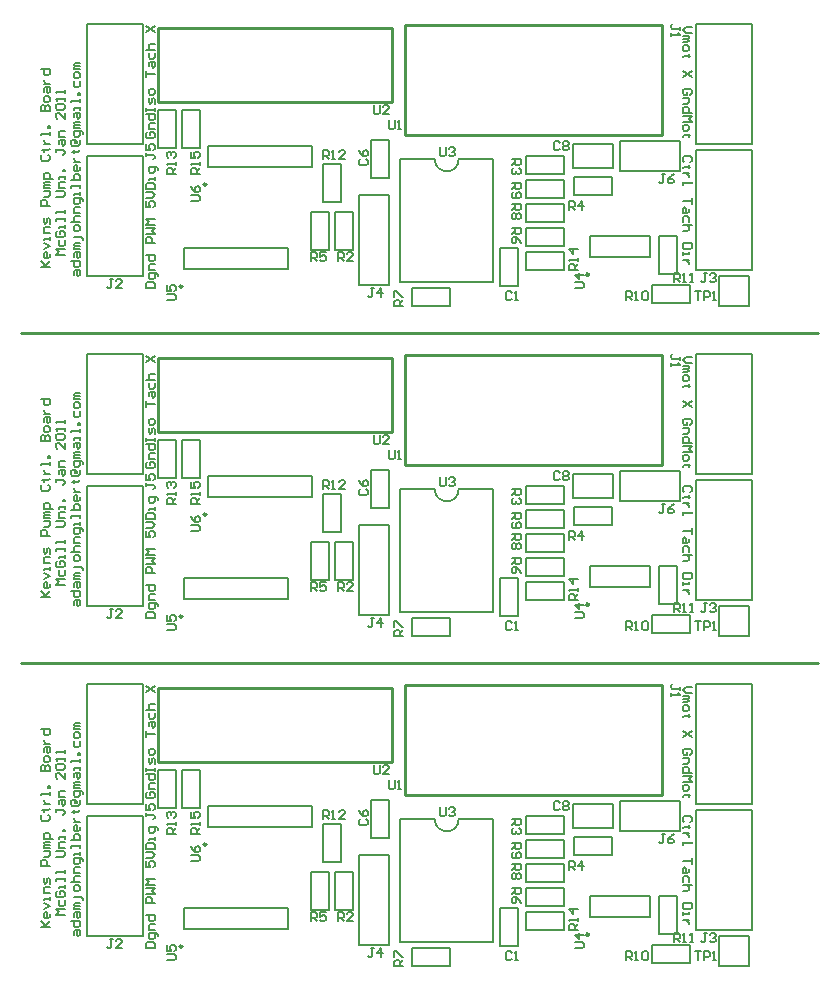
<source format=gto>
%FSLAX24Y24*%
%MOIN*%
G70*
G01*
G75*
G04 Layer_Color=65535*
%ADD10R,0.0320X0.0360*%
%ADD11O,0.0236X0.0866*%
%ADD12R,0.0385X0.0520*%
%ADD13R,0.0360X0.0320*%
%ADD14R,0.0800X0.0260*%
%ADD15C,0.0250*%
%ADD16C,0.1250*%
%ADD17C,0.0591*%
%ADD18R,0.0591X0.0591*%
%ADD19R,0.0591X0.0591*%
%ADD20C,0.0500*%
%ADD21R,0.0600X0.0600*%
%ADD22C,0.0100*%
%ADD23C,0.0098*%
%ADD24C,0.0080*%
%ADD25C,0.0079*%
%ADD26C,0.0050*%
D22*
X23000Y27350D02*
X49550D01*
X23000Y38350D02*
X49550D01*
X44337Y22970D02*
Y26612D01*
X35774D02*
X44337D01*
X35774Y22970D02*
Y26612D01*
Y22970D02*
X44337D01*
X35337Y24059D02*
Y26520D01*
X27562D02*
X35337D01*
X27562Y24059D02*
Y26520D01*
Y24059D02*
X35337D01*
X44337Y33970D02*
Y37612D01*
X35774D02*
X44337D01*
X35774Y33970D02*
Y37612D01*
Y33970D02*
X44337D01*
X35337Y35059D02*
Y37520D01*
X27562D02*
X35337D01*
X27562Y35059D02*
Y37520D01*
Y35059D02*
X35337D01*
X44337Y44970D02*
Y48612D01*
X35774D02*
X44337D01*
X35774Y44970D02*
Y48612D01*
Y44970D02*
X44337D01*
X35337Y46059D02*
Y48520D01*
X27562D02*
X35337D01*
X27562Y46059D02*
Y48520D01*
Y46059D02*
X35337D01*
D23*
X28365Y17905D02*
G03*
X28365Y17905I-49J0D01*
G01*
X41915Y18305D02*
G03*
X41915Y18305I-49J0D01*
G01*
X29165Y21305D02*
G03*
X29165Y21305I-49J0D01*
G01*
X28365Y28905D02*
G03*
X28365Y28905I-49J0D01*
G01*
X41915Y29305D02*
G03*
X41915Y29305I-49J0D01*
G01*
X29165Y32305D02*
G03*
X29165Y32305I-49J0D01*
G01*
X28365Y39905D02*
G03*
X28365Y39905I-49J0D01*
G01*
X41915Y40305D02*
G03*
X41915Y40305I-49J0D01*
G01*
X29165Y43305D02*
G03*
X29165Y43305I-49J0D01*
G01*
D24*
X36775Y22150D02*
G03*
X37575Y22150I400J0D01*
G01*
X38950Y19180D02*
X39550D01*
Y17920D02*
Y19180D01*
X38950Y17920D02*
Y19180D01*
Y17920D02*
X39550D01*
X34650Y22780D02*
X35250D01*
Y21520D02*
Y22780D01*
X34650Y21520D02*
Y22780D01*
Y21520D02*
X35250D01*
X42725Y21850D02*
Y22650D01*
X41400Y21850D02*
X42725D01*
X41400Y22650D02*
X42725D01*
X41400Y21850D02*
Y22650D01*
X33450Y20380D02*
X34050D01*
Y19120D02*
Y20380D01*
X33450Y19120D02*
Y20380D01*
Y19120D02*
X34050D01*
X42680Y20950D02*
Y21550D01*
X41420Y20950D02*
X42680D01*
X41420Y21550D02*
X42680D01*
X41420Y20950D02*
Y21550D01*
X41080Y21650D02*
Y22250D01*
X39820Y21650D02*
X41080D01*
X39820Y22250D02*
X41080D01*
X39820Y21650D02*
Y22250D01*
X32650Y20380D02*
X33250D01*
Y19120D02*
Y20380D01*
X32650Y19120D02*
Y20380D01*
Y19120D02*
X33250D01*
X41080Y19250D02*
Y19850D01*
X39820Y19250D02*
X41080D01*
X39820Y19850D02*
X41080D01*
X39820Y19250D02*
Y19850D01*
X41080Y20050D02*
Y20650D01*
X39820Y20050D02*
X41080D01*
X39820Y20650D02*
X41080D01*
X39820Y20050D02*
Y20650D01*
X37575Y22150D02*
X38725D01*
X35625D02*
X36775D01*
X35625Y18050D02*
X38725D01*
Y22150D01*
X35625Y18050D02*
Y22150D01*
X36020Y17250D02*
Y17850D01*
X37280D01*
X36020Y17250D02*
X37280D01*
Y17850D01*
X41080Y20850D02*
Y21450D01*
X39820Y20850D02*
X41080D01*
X39820Y21450D02*
X41080D01*
X39820Y20850D02*
Y21450D01*
X45280Y17350D02*
Y17950D01*
X44020Y17350D02*
X45280D01*
X44020Y17950D02*
X45280D01*
X44020Y17350D02*
Y17950D01*
X44250Y18320D02*
X44850D01*
X44250D02*
Y19580D01*
X44850Y18320D02*
Y19580D01*
X44250D02*
X44850D01*
X41080Y18450D02*
Y19050D01*
X39820Y18450D02*
X41080D01*
X39820Y19050D02*
X41080D01*
X39820Y18450D02*
Y19050D01*
X27550Y22520D02*
X28150D01*
X27550D02*
Y23780D01*
X28150Y22520D02*
Y23780D01*
X27550D02*
X28150D01*
X33050Y21980D02*
X33650D01*
Y20720D02*
Y21980D01*
X33050Y20720D02*
Y21980D01*
Y20720D02*
X33650D01*
X28350Y22520D02*
X28950D01*
X28350D02*
Y23780D01*
X28950Y22520D02*
Y23780D01*
X28350D02*
X28950D01*
X36775Y33150D02*
G03*
X37575Y33150I400J0D01*
G01*
X38950Y30180D02*
X39550D01*
Y28920D02*
Y30180D01*
X38950Y28920D02*
Y30180D01*
Y28920D02*
X39550D01*
X34650Y33780D02*
X35250D01*
Y32520D02*
Y33780D01*
X34650Y32520D02*
Y33780D01*
Y32520D02*
X35250D01*
X42725Y32850D02*
Y33650D01*
X41400Y32850D02*
X42725D01*
X41400Y33650D02*
X42725D01*
X41400Y32850D02*
Y33650D01*
X33450Y31380D02*
X34050D01*
Y30120D02*
Y31380D01*
X33450Y30120D02*
Y31380D01*
Y30120D02*
X34050D01*
X42680Y31950D02*
Y32550D01*
X41420Y31950D02*
X42680D01*
X41420Y32550D02*
X42680D01*
X41420Y31950D02*
Y32550D01*
X41080Y32650D02*
Y33250D01*
X39820Y32650D02*
X41080D01*
X39820Y33250D02*
X41080D01*
X39820Y32650D02*
Y33250D01*
X32650Y31380D02*
X33250D01*
Y30120D02*
Y31380D01*
X32650Y30120D02*
Y31380D01*
Y30120D02*
X33250D01*
X41080Y30250D02*
Y30850D01*
X39820Y30250D02*
X41080D01*
X39820Y30850D02*
X41080D01*
X39820Y30250D02*
Y30850D01*
X41080Y31050D02*
Y31650D01*
X39820Y31050D02*
X41080D01*
X39820Y31650D02*
X41080D01*
X39820Y31050D02*
Y31650D01*
X37575Y33150D02*
X38725D01*
X35625D02*
X36775D01*
X35625Y29050D02*
X38725D01*
Y33150D01*
X35625Y29050D02*
Y33150D01*
X36020Y28250D02*
Y28850D01*
X37280D01*
X36020Y28250D02*
X37280D01*
Y28850D01*
X41080Y31850D02*
Y32450D01*
X39820Y31850D02*
X41080D01*
X39820Y32450D02*
X41080D01*
X39820Y31850D02*
Y32450D01*
X45280Y28350D02*
Y28950D01*
X44020Y28350D02*
X45280D01*
X44020Y28950D02*
X45280D01*
X44020Y28350D02*
Y28950D01*
X44250Y29320D02*
X44850D01*
X44250D02*
Y30580D01*
X44850Y29320D02*
Y30580D01*
X44250D02*
X44850D01*
X41080Y29450D02*
Y30050D01*
X39820Y29450D02*
X41080D01*
X39820Y30050D02*
X41080D01*
X39820Y29450D02*
Y30050D01*
X27550Y33520D02*
X28150D01*
X27550D02*
Y34780D01*
X28150Y33520D02*
Y34780D01*
X27550D02*
X28150D01*
X33050Y32980D02*
X33650D01*
Y31720D02*
Y32980D01*
X33050Y31720D02*
Y32980D01*
Y31720D02*
X33650D01*
X28350Y33520D02*
X28950D01*
X28350D02*
Y34780D01*
X28950Y33520D02*
Y34780D01*
X28350D02*
X28950D01*
X36775Y44150D02*
G03*
X37575Y44150I400J0D01*
G01*
X38950Y41180D02*
X39550D01*
Y39920D02*
Y41180D01*
X38950Y39920D02*
Y41180D01*
Y39920D02*
X39550D01*
X34650Y44780D02*
X35250D01*
Y43520D02*
Y44780D01*
X34650Y43520D02*
Y44780D01*
Y43520D02*
X35250D01*
X42725Y43850D02*
Y44650D01*
X41400Y43850D02*
X42725D01*
X41400Y44650D02*
X42725D01*
X41400Y43850D02*
Y44650D01*
X33450Y42380D02*
X34050D01*
Y41120D02*
Y42380D01*
X33450Y41120D02*
Y42380D01*
Y41120D02*
X34050D01*
X42680Y42950D02*
Y43550D01*
X41420Y42950D02*
X42680D01*
X41420Y43550D02*
X42680D01*
X41420Y42950D02*
Y43550D01*
X41080Y43650D02*
Y44250D01*
X39820Y43650D02*
X41080D01*
X39820Y44250D02*
X41080D01*
X39820Y43650D02*
Y44250D01*
X32650Y42380D02*
X33250D01*
Y41120D02*
Y42380D01*
X32650Y41120D02*
Y42380D01*
Y41120D02*
X33250D01*
X41080Y41250D02*
Y41850D01*
X39820Y41250D02*
X41080D01*
X39820Y41850D02*
X41080D01*
X39820Y41250D02*
Y41850D01*
X41080Y42050D02*
Y42650D01*
X39820Y42050D02*
X41080D01*
X39820Y42650D02*
X41080D01*
X39820Y42050D02*
Y42650D01*
X37575Y44150D02*
X38725D01*
X35625D02*
X36775D01*
X35625Y40050D02*
X38725D01*
Y44150D01*
X35625Y40050D02*
Y44150D01*
X36020Y39250D02*
Y39850D01*
X37280D01*
X36020Y39250D02*
X37280D01*
Y39850D01*
X41080Y42850D02*
Y43450D01*
X39820Y42850D02*
X41080D01*
X39820Y43450D02*
X41080D01*
X39820Y42850D02*
Y43450D01*
X45280Y39350D02*
Y39950D01*
X44020Y39350D02*
X45280D01*
X44020Y39950D02*
X45280D01*
X44020Y39350D02*
Y39950D01*
X44250Y40320D02*
X44850D01*
X44250D02*
Y41580D01*
X44850Y40320D02*
Y41580D01*
X44250D02*
X44850D01*
X41080Y40450D02*
Y41050D01*
X39820Y40450D02*
X41080D01*
X39820Y41050D02*
X41080D01*
X39820Y40450D02*
Y41050D01*
X27550Y44520D02*
X28150D01*
X27550D02*
Y45780D01*
X28150Y44520D02*
Y45780D01*
X27550D02*
X28150D01*
X33050Y43980D02*
X33650D01*
Y42720D02*
Y43980D01*
X33050Y42720D02*
Y43980D01*
Y42720D02*
X33650D01*
X28350Y44520D02*
X28950D01*
X28350D02*
Y45780D01*
X28950Y44520D02*
Y45780D01*
X28350D02*
X28950D01*
D25*
X45470Y22650D02*
X47340D01*
X45470D02*
Y26650D01*
X47340D01*
Y22650D02*
Y26650D01*
X45470Y18450D02*
X47340D01*
X45470D02*
Y22450D01*
X47340D01*
Y18450D02*
Y22450D01*
X31882Y18496D02*
Y19204D01*
X28418Y18496D02*
Y19204D01*
X31882D01*
X28418Y18496D02*
X31882D01*
X46250Y17250D02*
X47250D01*
X46250D02*
Y18250D01*
X47250Y17250D02*
Y18250D01*
X46250D02*
X47250D01*
X25170D02*
X27040D01*
X25170D02*
Y22250D01*
X27040D01*
Y18250D02*
Y22250D01*
X41966Y18896D02*
X43934D01*
X41966Y19604D02*
X43934D01*
X41966Y18896D02*
Y19604D01*
X43934Y18896D02*
Y19604D01*
X35250Y17950D02*
Y20950D01*
X34250D02*
X35250D01*
X34250Y17950D02*
Y20950D01*
Y17950D02*
X35250D01*
X32682Y21896D02*
Y22604D01*
X29218Y21896D02*
Y22604D01*
X32682D01*
X29218Y21896D02*
X32682D01*
X25170Y22650D02*
X27040D01*
X25170D02*
Y26650D01*
X27040D01*
Y22650D02*
Y26650D01*
X42950Y22750D02*
X44950D01*
X42950Y21750D02*
Y22750D01*
Y21750D02*
X44950D01*
Y22750D01*
X45470Y33650D02*
X47340D01*
X45470D02*
Y37650D01*
X47340D01*
Y33650D02*
Y37650D01*
X45470Y29450D02*
X47340D01*
X45470D02*
Y33450D01*
X47340D01*
Y29450D02*
Y33450D01*
X31882Y29496D02*
Y30204D01*
X28418Y29496D02*
Y30204D01*
X31882D01*
X28418Y29496D02*
X31882D01*
X46250Y28250D02*
X47250D01*
X46250D02*
Y29250D01*
X47250Y28250D02*
Y29250D01*
X46250D02*
X47250D01*
X25170D02*
X27040D01*
X25170D02*
Y33250D01*
X27040D01*
Y29250D02*
Y33250D01*
X41966Y29896D02*
X43934D01*
X41966Y30604D02*
X43934D01*
X41966Y29896D02*
Y30604D01*
X43934Y29896D02*
Y30604D01*
X35250Y28950D02*
Y31950D01*
X34250D02*
X35250D01*
X34250Y28950D02*
Y31950D01*
Y28950D02*
X35250D01*
X32682Y32896D02*
Y33604D01*
X29218Y32896D02*
Y33604D01*
X32682D01*
X29218Y32896D02*
X32682D01*
X25170Y33650D02*
X27040D01*
X25170D02*
Y37650D01*
X27040D01*
Y33650D02*
Y37650D01*
X42950Y33750D02*
X44950D01*
X42950Y32750D02*
Y33750D01*
Y32750D02*
X44950D01*
Y33750D01*
X45470Y44650D02*
X47340D01*
X45470D02*
Y48650D01*
X47340D01*
Y44650D02*
Y48650D01*
X45470Y40450D02*
X47340D01*
X45470D02*
Y44450D01*
X47340D01*
Y40450D02*
Y44450D01*
X31882Y40496D02*
Y41204D01*
X28418Y40496D02*
Y41204D01*
X31882D01*
X28418Y40496D02*
X31882D01*
X46250Y39250D02*
X47250D01*
X46250D02*
Y40250D01*
X47250Y39250D02*
Y40250D01*
X46250D02*
X47250D01*
X25170D02*
X27040D01*
X25170D02*
Y44250D01*
X27040D01*
Y40250D02*
Y44250D01*
X41966Y40896D02*
X43934D01*
X41966Y41604D02*
X43934D01*
X41966Y40896D02*
Y41604D01*
X43934Y40896D02*
Y41604D01*
X35250Y39950D02*
Y42950D01*
X34250D02*
X35250D01*
X34250Y39950D02*
Y42950D01*
Y39950D02*
X35250D01*
X32682Y43896D02*
Y44604D01*
X29218Y43896D02*
Y44604D01*
X32682D01*
X29218Y43896D02*
X32682D01*
X25170Y44650D02*
X27040D01*
X25170D02*
Y48650D01*
X27040D01*
Y44650D02*
Y48650D01*
X42950Y44750D02*
X44950D01*
X42950Y43750D02*
Y44750D01*
Y43750D02*
X44950D01*
Y44750D01*
D26*
X24750Y18300D02*
Y18400D01*
X24800Y18450D01*
X24950D01*
Y18300D01*
X24900Y18250D01*
X24850Y18300D01*
Y18450D01*
X24650Y18750D02*
X24950D01*
Y18600D01*
X24900Y18550D01*
X24800D01*
X24750Y18600D01*
Y18750D01*
Y18900D02*
Y19000D01*
X24800Y19050D01*
X24950D01*
Y18900D01*
X24900Y18850D01*
X24850Y18900D01*
Y19050D01*
X24950Y19150D02*
X24750D01*
Y19200D01*
X24800Y19250D01*
X24950D01*
X24800D01*
X24750Y19300D01*
X24800Y19350D01*
X24950D01*
X25050Y19450D02*
Y19500D01*
X25000Y19550D01*
X24750D01*
X24950Y19799D02*
Y19899D01*
X24900Y19949D01*
X24800D01*
X24750Y19899D01*
Y19799D01*
X24800Y19750D01*
X24900D01*
X24950Y19799D01*
X24650Y20049D02*
X24950D01*
X24800D01*
X24750Y20099D01*
Y20199D01*
X24800Y20249D01*
X24950D01*
Y20349D02*
X24750D01*
Y20499D01*
X24800Y20549D01*
X24950D01*
X25050Y20749D02*
Y20799D01*
X25000Y20849D01*
X24750D01*
Y20699D01*
X24800Y20649D01*
X24900D01*
X24950Y20699D01*
Y20849D01*
Y20949D02*
Y21049D01*
Y20999D01*
X24750D01*
Y20949D01*
X24950Y21199D02*
Y21299D01*
Y21249D01*
X24650D01*
Y21199D01*
Y21449D02*
X24950D01*
Y21599D01*
X24900Y21649D01*
X24850D01*
X24800D01*
X24750Y21599D01*
Y21449D01*
X24950Y21899D02*
Y21799D01*
X24900Y21749D01*
X24800D01*
X24750Y21799D01*
Y21899D01*
X24800Y21949D01*
X24850D01*
Y21749D01*
X24750Y22049D02*
X24950D01*
X24850D01*
X24800Y22099D01*
X24750Y22149D01*
Y22199D01*
X24700Y22399D02*
X24750D01*
Y22349D01*
Y22449D01*
Y22399D01*
X24900D01*
X24950Y22449D01*
X24850Y22749D02*
X24800D01*
Y22699D01*
X24850D01*
Y22749D01*
X24800Y22799D01*
X24700D01*
X24650Y22749D01*
Y22649D01*
X24700Y22599D01*
X24900D01*
X24950Y22649D01*
Y22799D01*
X25050Y22998D02*
Y23048D01*
X25000Y23098D01*
X24750D01*
Y22948D01*
X24800Y22898D01*
X24900D01*
X24950Y22948D01*
Y23098D01*
Y23198D02*
X24750D01*
Y23248D01*
X24800Y23298D01*
X24950D01*
X24800D01*
X24750Y23348D01*
X24800Y23398D01*
X24950D01*
X24750Y23548D02*
Y23648D01*
X24800Y23698D01*
X24950D01*
Y23548D01*
X24900Y23498D01*
X24850Y23548D01*
Y23698D01*
X24950Y23798D02*
Y23898D01*
Y23848D01*
X24750D01*
Y23798D01*
X24950Y24048D02*
Y24148D01*
Y24098D01*
X24650D01*
Y24048D01*
X24950Y24298D02*
X24900D01*
Y24348D01*
X24950D01*
Y24298D01*
X24750Y24748D02*
Y24598D01*
X24800Y24548D01*
X24900D01*
X24950Y24598D01*
Y24748D01*
Y24898D02*
Y24998D01*
X24900Y25048D01*
X24800D01*
X24750Y24998D01*
Y24898D01*
X24800Y24848D01*
X24900D01*
X24950Y24898D01*
Y25148D02*
X24750D01*
Y25198D01*
X24800Y25248D01*
X24950D01*
X24800D01*
X24750Y25298D01*
X24800Y25348D01*
X24950D01*
X24450Y18950D02*
X24150D01*
X24250Y19050D01*
X24150Y19150D01*
X24450D01*
X24250Y19450D02*
Y19300D01*
X24300Y19250D01*
X24400D01*
X24450Y19300D01*
Y19450D01*
X24200Y19750D02*
X24150Y19700D01*
Y19600D01*
X24200Y19550D01*
X24400D01*
X24450Y19600D01*
Y19700D01*
X24400Y19750D01*
X24300D01*
Y19650D01*
X24450Y19850D02*
Y19950D01*
Y19900D01*
X24250D01*
Y19850D01*
X24450Y20100D02*
Y20200D01*
Y20150D01*
X24150D01*
Y20100D01*
X24450Y20350D02*
Y20450D01*
Y20400D01*
X24150D01*
Y20350D01*
Y20899D02*
X24400D01*
X24450Y20949D01*
Y21049D01*
X24400Y21099D01*
X24150D01*
X24450Y21199D02*
X24250D01*
Y21349D01*
X24300Y21399D01*
X24450D01*
Y21499D02*
Y21599D01*
Y21549D01*
X24250D01*
Y21499D01*
X24450Y21749D02*
X24400D01*
Y21799D01*
X24450D01*
Y21749D01*
X24150Y22499D02*
Y22399D01*
Y22449D01*
X24400D01*
X24450Y22399D01*
Y22349D01*
X24400Y22299D01*
X24250Y22649D02*
Y22749D01*
X24300Y22799D01*
X24450D01*
Y22649D01*
X24400Y22599D01*
X24350Y22649D01*
Y22799D01*
X24450Y22899D02*
X24250D01*
Y23049D01*
X24300Y23099D01*
X24450D01*
Y23698D02*
Y23499D01*
X24250Y23698D01*
X24200D01*
X24150Y23648D01*
Y23549D01*
X24200Y23499D01*
Y23798D02*
X24150Y23848D01*
Y23948D01*
X24200Y23998D01*
X24400D01*
X24450Y23948D01*
Y23848D01*
X24400Y23798D01*
X24200D01*
X24450Y24098D02*
Y24198D01*
Y24148D01*
X24150D01*
X24200Y24098D01*
X24450Y24348D02*
Y24448D01*
Y24398D01*
X24150D01*
X24200Y24348D01*
X23650Y18550D02*
X23950D01*
X23850D01*
X23650Y18750D01*
X23800Y18600D01*
X23950Y18750D01*
Y19000D02*
Y18900D01*
X23900Y18850D01*
X23800D01*
X23750Y18900D01*
Y19000D01*
X23800Y19050D01*
X23850D01*
Y18850D01*
X23750Y19150D02*
X23950Y19250D01*
X23750Y19350D01*
X23950Y19450D02*
Y19550D01*
Y19500D01*
X23750D01*
Y19450D01*
X23950Y19700D02*
X23750D01*
Y19850D01*
X23800Y19900D01*
X23950D01*
Y20000D02*
Y20149D01*
X23900Y20199D01*
X23850Y20149D01*
Y20050D01*
X23800Y20000D01*
X23750Y20050D01*
Y20199D01*
X23950Y20599D02*
X23650D01*
Y20749D01*
X23700Y20799D01*
X23800D01*
X23850Y20749D01*
Y20599D01*
X23750Y20899D02*
X23900D01*
X23950Y20949D01*
Y21099D01*
X23750D01*
X23950Y21199D02*
X23750D01*
Y21249D01*
X23800Y21299D01*
X23950D01*
X23800D01*
X23750Y21349D01*
X23800Y21399D01*
X23950D01*
X24050Y21499D02*
X23750D01*
Y21649D01*
X23800Y21699D01*
X23900D01*
X23950Y21649D01*
Y21499D01*
X23700Y22299D02*
X23650Y22249D01*
Y22149D01*
X23700Y22099D01*
X23900D01*
X23950Y22149D01*
Y22249D01*
X23900Y22299D01*
X23700Y22449D02*
X23750D01*
Y22399D01*
Y22499D01*
Y22449D01*
X23900D01*
X23950Y22499D01*
X23750Y22649D02*
X23950D01*
X23850D01*
X23800Y22699D01*
X23750Y22749D01*
Y22799D01*
X23950Y22949D02*
Y23049D01*
Y22999D01*
X23650D01*
Y22949D01*
X23950Y23198D02*
X23900D01*
Y23248D01*
X23950D01*
Y23198D01*
X23650Y23748D02*
X23950D01*
Y23898D01*
X23900Y23948D01*
X23850D01*
X23800Y23898D01*
Y23748D01*
Y23898D01*
X23750Y23948D01*
X23700D01*
X23650Y23898D01*
Y23748D01*
X23950Y24098D02*
Y24198D01*
X23900Y24248D01*
X23800D01*
X23750Y24198D01*
Y24098D01*
X23800Y24048D01*
X23900D01*
X23950Y24098D01*
X23750Y24398D02*
Y24498D01*
X23800Y24548D01*
X23950D01*
Y24398D01*
X23900Y24348D01*
X23850Y24398D01*
Y24548D01*
X23750Y24648D02*
X23950D01*
X23850D01*
X23800Y24698D01*
X23750Y24748D01*
Y24798D01*
X23650Y25148D02*
X23950D01*
Y24998D01*
X23900Y24948D01*
X23800D01*
X23750Y24998D01*
Y25148D01*
X28650Y20750D02*
X28900D01*
X28950Y20800D01*
Y20900D01*
X28900Y20950D01*
X28650D01*
Y21250D02*
X28700Y21150D01*
X28800Y21050D01*
X28900D01*
X28950Y21100D01*
Y21200D01*
X28900Y21250D01*
X28850D01*
X28800Y21200D01*
Y21050D01*
X27850Y17450D02*
X28100D01*
X28150Y17500D01*
Y17600D01*
X28100Y17650D01*
X27850D01*
Y17950D02*
Y17750D01*
X28000D01*
X27950Y17850D01*
Y17900D01*
X28000Y17950D01*
X28100D01*
X28150Y17900D01*
Y17800D01*
X28100Y17750D01*
X41450Y17850D02*
X41700D01*
X41750Y17900D01*
Y18000D01*
X41700Y18050D01*
X41450D01*
X41750Y18300D02*
X41450D01*
X41600Y18150D01*
Y18350D01*
X36950Y22550D02*
Y22300D01*
X37000Y22250D01*
X37100D01*
X37150Y22300D01*
Y22550D01*
X37250Y22500D02*
X37300Y22550D01*
X37400D01*
X37450Y22500D01*
Y22450D01*
X37400Y22400D01*
X37350D01*
X37400D01*
X37450Y22350D01*
Y22300D01*
X37400Y22250D01*
X37300D01*
X37250Y22300D01*
X34750Y23950D02*
Y23700D01*
X34800Y23650D01*
X34900D01*
X34950Y23700D01*
Y23950D01*
X35250Y23650D02*
X35050D01*
X35250Y23850D01*
Y23900D01*
X35200Y23950D01*
X35100D01*
X35050Y23900D01*
X35250Y23450D02*
Y23200D01*
X35300Y23150D01*
X35400D01*
X35450Y23200D01*
Y23450D01*
X35550Y23150D02*
X35650D01*
X35600D01*
Y23450D01*
X35550Y23400D01*
X45450Y17750D02*
X45650D01*
X45550D01*
Y17450D01*
X45750D02*
Y17750D01*
X45900D01*
X45950Y17700D01*
Y17600D01*
X45900Y17550D01*
X45750D01*
X46050Y17450D02*
X46150D01*
X46100D01*
Y17750D01*
X46050Y17700D01*
X28950Y21650D02*
X28650D01*
Y21800D01*
X28700Y21850D01*
X28800D01*
X28850Y21800D01*
Y21650D01*
Y21750D02*
X28950Y21850D01*
Y21950D02*
Y22050D01*
Y22000D01*
X28650D01*
X28700Y21950D01*
X28650Y22400D02*
Y22200D01*
X28800D01*
X28750Y22300D01*
Y22350D01*
X28800Y22400D01*
X28900D01*
X28950Y22350D01*
Y22250D01*
X28900Y22200D01*
X41550Y18450D02*
X41250D01*
Y18600D01*
X41300Y18650D01*
X41400D01*
X41450Y18600D01*
Y18450D01*
Y18550D02*
X41550Y18650D01*
Y18750D02*
Y18850D01*
Y18800D01*
X41250D01*
X41300Y18750D01*
X41550Y19150D02*
X41250D01*
X41400Y19000D01*
Y19200D01*
X28150Y21650D02*
X27850D01*
Y21800D01*
X27900Y21850D01*
X28000D01*
X28050Y21800D01*
Y21650D01*
Y21750D02*
X28150Y21850D01*
Y21950D02*
Y22050D01*
Y22000D01*
X27850D01*
X27900Y21950D01*
Y22200D02*
X27850Y22250D01*
Y22350D01*
X27900Y22400D01*
X27950D01*
X28000Y22350D01*
Y22300D01*
Y22350D01*
X28050Y22400D01*
X28100D01*
X28150Y22350D01*
Y22250D01*
X28100Y22200D01*
X33050Y22150D02*
Y22450D01*
X33200D01*
X33250Y22400D01*
Y22300D01*
X33200Y22250D01*
X33050D01*
X33150D02*
X33250Y22150D01*
X33350D02*
X33450D01*
X33400D01*
Y22450D01*
X33350Y22400D01*
X33800Y22150D02*
X33600D01*
X33800Y22350D01*
Y22400D01*
X33750Y22450D01*
X33650D01*
X33600Y22400D01*
X44750Y18050D02*
Y18350D01*
X44900D01*
X44950Y18300D01*
Y18200D01*
X44900Y18150D01*
X44750D01*
X44850D02*
X44950Y18050D01*
X45050D02*
X45150D01*
X45100D01*
Y18350D01*
X45050Y18300D01*
X45300Y18050D02*
X45400D01*
X45350D01*
Y18350D01*
X45300Y18300D01*
X43150Y17450D02*
Y17750D01*
X43300D01*
X43350Y17700D01*
Y17600D01*
X43300Y17550D01*
X43150D01*
X43250D02*
X43350Y17450D01*
X43450D02*
X43550D01*
X43500D01*
Y17750D01*
X43450Y17700D01*
X43700D02*
X43750Y17750D01*
X43850D01*
X43900Y17700D01*
Y17500D01*
X43850Y17450D01*
X43750D01*
X43700Y17500D01*
Y17700D01*
X39350Y21350D02*
X39650D01*
Y21200D01*
X39600Y21150D01*
X39500D01*
X39450Y21200D01*
Y21350D01*
Y21250D02*
X39350Y21150D01*
X39400Y21050D02*
X39350Y21000D01*
Y20900D01*
X39400Y20850D01*
X39600D01*
X39650Y20900D01*
Y21000D01*
X39600Y21050D01*
X39550D01*
X39500Y21000D01*
Y20850D01*
X39350Y20650D02*
X39650D01*
Y20500D01*
X39600Y20450D01*
X39500D01*
X39450Y20500D01*
Y20650D01*
Y20550D02*
X39350Y20450D01*
X39600Y20350D02*
X39650Y20300D01*
Y20200D01*
X39600Y20150D01*
X39550D01*
X39500Y20200D01*
X39450Y20150D01*
X39400D01*
X39350Y20200D01*
Y20300D01*
X39400Y20350D01*
X39450D01*
X39500Y20300D01*
X39550Y20350D01*
X39600D01*
X39500Y20300D02*
Y20200D01*
X35725Y17255D02*
X35425D01*
Y17405D01*
X35475Y17455D01*
X35575D01*
X35625Y17405D01*
Y17255D01*
Y17355D02*
X35725Y17455D01*
X35425Y17555D02*
Y17755D01*
X35475D01*
X35675Y17555D01*
X35725D01*
X39350Y19850D02*
X39650D01*
Y19700D01*
X39600Y19650D01*
X39500D01*
X39450Y19700D01*
Y19850D01*
Y19750D02*
X39350Y19650D01*
X39650Y19350D02*
X39600Y19450D01*
X39500Y19550D01*
X39400D01*
X39350Y19500D01*
Y19400D01*
X39400Y19350D01*
X39450D01*
X39500Y19400D01*
Y19550D01*
X32650Y18750D02*
Y19050D01*
X32800D01*
X32850Y19000D01*
Y18900D01*
X32800Y18850D01*
X32650D01*
X32750D02*
X32850Y18750D01*
X33150Y19050D02*
X32950D01*
Y18900D01*
X33050Y18950D01*
X33100D01*
X33150Y18900D01*
Y18800D01*
X33100Y18750D01*
X33000D01*
X32950Y18800D01*
X41250Y20450D02*
Y20750D01*
X41400D01*
X41450Y20700D01*
Y20600D01*
X41400Y20550D01*
X41250D01*
X41350D02*
X41450Y20450D01*
X41700D02*
Y20750D01*
X41550Y20600D01*
X41750D01*
X39350Y22150D02*
X39650D01*
Y22000D01*
X39600Y21950D01*
X39500D01*
X39450Y22000D01*
Y22150D01*
Y22050D02*
X39350Y21950D01*
X39600Y21850D02*
X39650Y21800D01*
Y21700D01*
X39600Y21650D01*
X39550D01*
X39500Y21700D01*
Y21750D01*
Y21700D01*
X39450Y21650D01*
X39400D01*
X39350Y21700D01*
Y21800D01*
X39400Y21850D01*
X33550Y18750D02*
Y19050D01*
X33700D01*
X33750Y19000D01*
Y18900D01*
X33700Y18850D01*
X33550D01*
X33650D02*
X33750Y18750D01*
X34050D02*
X33850D01*
X34050Y18950D01*
Y19000D01*
X34000Y19050D01*
X33900D01*
X33850Y19000D01*
X44450Y21650D02*
X44350D01*
X44400D01*
Y21400D01*
X44350Y21350D01*
X44300D01*
X44250Y21400D01*
X44750Y21650D02*
X44650Y21600D01*
X44550Y21500D01*
Y21400D01*
X44600Y21350D01*
X44700D01*
X44750Y21400D01*
Y21450D01*
X44700Y21500D01*
X44550D01*
X27150Y22350D02*
Y22250D01*
Y22300D01*
X27400D01*
X27450Y22250D01*
Y22200D01*
X27400Y22150D01*
X27150Y22650D02*
Y22450D01*
X27300D01*
X27250Y22550D01*
Y22600D01*
X27300Y22650D01*
X27400D01*
X27450Y22600D01*
Y22500D01*
X27400Y22450D01*
X34750Y17850D02*
X34650D01*
X34700D01*
Y17600D01*
X34650Y17550D01*
X34600D01*
X34550Y17600D01*
X35000Y17550D02*
Y17850D01*
X34850Y17700D01*
X35050D01*
X45850Y18350D02*
X45750D01*
X45800D01*
Y18100D01*
X45750Y18050D01*
X45700D01*
X45650Y18100D01*
X45950Y18300D02*
X46000Y18350D01*
X46100D01*
X46150Y18300D01*
Y18250D01*
X46100Y18200D01*
X46050D01*
X46100D01*
X46150Y18150D01*
Y18100D01*
X46100Y18050D01*
X46000D01*
X45950Y18100D01*
X26050Y18150D02*
X25950D01*
X26000D01*
Y17900D01*
X25950Y17850D01*
X25900D01*
X25850Y17900D01*
X26350Y17850D02*
X26150D01*
X26350Y18050D01*
Y18100D01*
X26300Y18150D01*
X26200D01*
X26150Y18100D01*
X44950Y26450D02*
Y26550D01*
Y26500D01*
X44700D01*
X44650Y26550D01*
Y26600D01*
X44700Y26650D01*
X44650Y26350D02*
Y26250D01*
Y26300D01*
X44950D01*
X44900Y26350D01*
X40950Y22700D02*
X40900Y22750D01*
X40800D01*
X40750Y22700D01*
Y22500D01*
X40800Y22450D01*
X40900D01*
X40950Y22500D01*
X41050Y22700D02*
X41100Y22750D01*
X41200D01*
X41250Y22700D01*
Y22650D01*
X41200Y22600D01*
X41250Y22550D01*
Y22500D01*
X41200Y22450D01*
X41100D01*
X41050Y22500D01*
Y22550D01*
X41100Y22600D01*
X41050Y22650D01*
Y22700D01*
X41100Y22600D02*
X41200D01*
X34300Y22150D02*
X34250Y22100D01*
Y22000D01*
X34300Y21950D01*
X34500D01*
X34550Y22000D01*
Y22100D01*
X34500Y22150D01*
X34250Y22450D02*
X34300Y22350D01*
X34400Y22250D01*
X34500D01*
X34550Y22300D01*
Y22400D01*
X34500Y22450D01*
X34450D01*
X34400Y22400D01*
Y22250D01*
X39350Y17700D02*
X39300Y17750D01*
X39200D01*
X39150Y17700D01*
Y17500D01*
X39200Y17450D01*
X39300D01*
X39350Y17500D01*
X39450Y17450D02*
X39550D01*
X39500D01*
Y17750D01*
X39450Y17700D01*
X45300Y22050D02*
X45350Y22100D01*
Y22200D01*
X45300Y22250D01*
X45100D01*
X45050Y22200D01*
Y22100D01*
X45100Y22050D01*
X45300Y21900D02*
X45250D01*
Y21950D01*
Y21850D01*
Y21900D01*
X45100D01*
X45050Y21850D01*
X45250Y21700D02*
X45050D01*
X45150D01*
X45200Y21650D01*
X45250Y21600D01*
Y21550D01*
X45050Y21400D02*
Y21300D01*
Y21350D01*
X45350D01*
Y21400D01*
Y20850D02*
Y20651D01*
Y20750D01*
X45050D01*
X45250Y20501D02*
Y20401D01*
X45200Y20351D01*
X45050D01*
Y20501D01*
X45100Y20551D01*
X45150Y20501D01*
Y20351D01*
X45250Y20051D02*
Y20201D01*
X45200Y20251D01*
X45100D01*
X45050Y20201D01*
Y20051D01*
X45350Y19951D02*
X45050D01*
X45200D01*
X45250Y19901D01*
Y19801D01*
X45200Y19751D01*
X45050D01*
X45350Y19351D02*
X45050D01*
Y19201D01*
X45100Y19151D01*
X45300D01*
X45350Y19201D01*
Y19351D01*
X45050Y19051D02*
Y18951D01*
Y19001D01*
X45250D01*
Y19051D01*
Y18801D02*
X45050D01*
X45150D01*
X45200Y18751D01*
X45250Y18701D01*
Y18651D01*
X45350Y26550D02*
X45150D01*
X45050Y26450D01*
X45150Y26350D01*
X45350D01*
X45050Y26250D02*
X45250D01*
Y26200D01*
X45200Y26150D01*
X45050D01*
X45200D01*
X45250Y26100D01*
X45200Y26050D01*
X45050D01*
Y25900D02*
Y25800D01*
X45100Y25750D01*
X45200D01*
X45250Y25800D01*
Y25900D01*
X45200Y25950D01*
X45100D01*
X45050Y25900D01*
X45300Y25600D02*
X45250D01*
Y25650D01*
Y25550D01*
Y25600D01*
X45100D01*
X45050Y25550D01*
X45350Y25100D02*
X45050Y24901D01*
X45350D02*
X45050Y25100D01*
X45300Y24301D02*
X45350Y24351D01*
Y24451D01*
X45300Y24501D01*
X45100D01*
X45050Y24451D01*
Y24351D01*
X45100Y24301D01*
X45200D01*
Y24401D01*
X45050Y24201D02*
X45250D01*
Y24051D01*
X45200Y24001D01*
X45050D01*
X45350Y23701D02*
X45050D01*
Y23851D01*
X45100Y23901D01*
X45200D01*
X45250Y23851D01*
Y23701D01*
X45050Y23601D02*
X45350D01*
X45250Y23501D01*
X45350Y23401D01*
X45050D01*
Y23251D02*
Y23151D01*
X45100Y23101D01*
X45200D01*
X45250Y23151D01*
Y23251D01*
X45200Y23301D01*
X45100D01*
X45050Y23251D01*
X45300Y22951D02*
X45250D01*
Y23001D01*
Y22901D01*
Y22951D01*
X45100D01*
X45050Y22901D01*
X27200Y23050D02*
X27150Y23000D01*
Y22900D01*
X27200Y22850D01*
X27400D01*
X27450Y22900D01*
Y23000D01*
X27400Y23050D01*
X27300D01*
Y22950D01*
X27450Y23150D02*
X27250D01*
Y23300D01*
X27300Y23350D01*
X27450D01*
X27150Y23650D02*
X27450D01*
Y23500D01*
X27400Y23450D01*
X27300D01*
X27250Y23500D01*
Y23650D01*
X27150Y23750D02*
Y23850D01*
Y23800D01*
X27450D01*
Y23750D01*
Y23850D01*
Y24000D02*
Y24150D01*
X27400Y24200D01*
X27350Y24150D01*
Y24050D01*
X27300Y24000D01*
X27250Y24050D01*
Y24200D01*
X27450Y24350D02*
Y24449D01*
X27400Y24499D01*
X27300D01*
X27250Y24449D01*
Y24350D01*
X27300Y24300D01*
X27400D01*
X27450Y24350D01*
X27150Y24899D02*
Y25099D01*
Y24999D01*
X27450D01*
X27250Y25249D02*
Y25349D01*
X27300Y25399D01*
X27450D01*
Y25249D01*
X27400Y25199D01*
X27350Y25249D01*
Y25399D01*
X27250Y25699D02*
Y25549D01*
X27300Y25499D01*
X27400D01*
X27450Y25549D01*
Y25699D01*
X27150Y25799D02*
X27450D01*
X27300D01*
X27250Y25849D01*
Y25949D01*
X27300Y25999D01*
X27450D01*
X27150Y26399D02*
X27450Y26599D01*
X27150D02*
X27450Y26399D01*
X27150Y17850D02*
X27450D01*
Y18000D01*
X27400Y18050D01*
X27200D01*
X27150Y18000D01*
Y17850D01*
X27550Y18250D02*
Y18300D01*
X27500Y18350D01*
X27250D01*
Y18200D01*
X27300Y18150D01*
X27400D01*
X27450Y18200D01*
Y18350D01*
Y18450D02*
X27250D01*
Y18600D01*
X27300Y18650D01*
X27450D01*
X27150Y18950D02*
X27450D01*
Y18800D01*
X27400Y18750D01*
X27300D01*
X27250Y18800D01*
Y18950D01*
X27450Y19350D02*
X27150D01*
Y19499D01*
X27200Y19549D01*
X27300D01*
X27350Y19499D01*
Y19350D01*
X27150Y19649D02*
X27450D01*
X27350Y19749D01*
X27450Y19849D01*
X27150D01*
X27450Y19949D02*
X27150D01*
X27250Y20049D01*
X27150Y20149D01*
X27450D01*
X27150Y20749D02*
Y20549D01*
X27300D01*
X27250Y20649D01*
Y20699D01*
X27300Y20749D01*
X27400D01*
X27450Y20699D01*
Y20599D01*
X27400Y20549D01*
X27150Y20849D02*
X27350D01*
X27450Y20949D01*
X27350Y21049D01*
X27150D01*
Y21149D02*
X27450D01*
Y21299D01*
X27400Y21349D01*
X27200D01*
X27150Y21299D01*
Y21149D01*
X27450Y21449D02*
Y21549D01*
Y21499D01*
X27250D01*
Y21449D01*
X27550Y21799D02*
Y21849D01*
X27500Y21899D01*
X27250D01*
Y21749D01*
X27300Y21699D01*
X27400D01*
X27450Y21749D01*
Y21899D01*
X24750Y29300D02*
Y29400D01*
X24800Y29450D01*
X24950D01*
Y29300D01*
X24900Y29250D01*
X24850Y29300D01*
Y29450D01*
X24650Y29750D02*
X24950D01*
Y29600D01*
X24900Y29550D01*
X24800D01*
X24750Y29600D01*
Y29750D01*
Y29900D02*
Y30000D01*
X24800Y30050D01*
X24950D01*
Y29900D01*
X24900Y29850D01*
X24850Y29900D01*
Y30050D01*
X24950Y30150D02*
X24750D01*
Y30200D01*
X24800Y30250D01*
X24950D01*
X24800D01*
X24750Y30300D01*
X24800Y30350D01*
X24950D01*
X25050Y30450D02*
Y30500D01*
X25000Y30550D01*
X24750D01*
X24950Y30800D02*
Y30899D01*
X24900Y30949D01*
X24800D01*
X24750Y30899D01*
Y30800D01*
X24800Y30750D01*
X24900D01*
X24950Y30800D01*
X24650Y31049D02*
X24950D01*
X24800D01*
X24750Y31099D01*
Y31199D01*
X24800Y31249D01*
X24950D01*
Y31349D02*
X24750D01*
Y31499D01*
X24800Y31549D01*
X24950D01*
X25050Y31749D02*
Y31799D01*
X25000Y31849D01*
X24750D01*
Y31699D01*
X24800Y31649D01*
X24900D01*
X24950Y31699D01*
Y31849D01*
Y31949D02*
Y32049D01*
Y31999D01*
X24750D01*
Y31949D01*
X24950Y32199D02*
Y32299D01*
Y32249D01*
X24650D01*
Y32199D01*
Y32449D02*
X24950D01*
Y32599D01*
X24900Y32649D01*
X24850D01*
X24800D01*
X24750Y32599D01*
Y32449D01*
X24950Y32899D02*
Y32799D01*
X24900Y32749D01*
X24800D01*
X24750Y32799D01*
Y32899D01*
X24800Y32949D01*
X24850D01*
Y32749D01*
X24750Y33049D02*
X24950D01*
X24850D01*
X24800Y33099D01*
X24750Y33149D01*
Y33199D01*
X24700Y33399D02*
X24750D01*
Y33349D01*
Y33449D01*
Y33399D01*
X24900D01*
X24950Y33449D01*
X24850Y33749D02*
X24800D01*
Y33699D01*
X24850D01*
Y33749D01*
X24800Y33799D01*
X24700D01*
X24650Y33749D01*
Y33649D01*
X24700Y33599D01*
X24900D01*
X24950Y33649D01*
Y33799D01*
X25050Y33998D02*
Y34048D01*
X25000Y34098D01*
X24750D01*
Y33948D01*
X24800Y33898D01*
X24900D01*
X24950Y33948D01*
Y34098D01*
Y34198D02*
X24750D01*
Y34248D01*
X24800Y34298D01*
X24950D01*
X24800D01*
X24750Y34348D01*
X24800Y34398D01*
X24950D01*
X24750Y34548D02*
Y34648D01*
X24800Y34698D01*
X24950D01*
Y34548D01*
X24900Y34498D01*
X24850Y34548D01*
Y34698D01*
X24950Y34798D02*
Y34898D01*
Y34848D01*
X24750D01*
Y34798D01*
X24950Y35048D02*
Y35148D01*
Y35098D01*
X24650D01*
Y35048D01*
X24950Y35298D02*
X24900D01*
Y35348D01*
X24950D01*
Y35298D01*
X24750Y35748D02*
Y35598D01*
X24800Y35548D01*
X24900D01*
X24950Y35598D01*
Y35748D01*
Y35898D02*
Y35998D01*
X24900Y36048D01*
X24800D01*
X24750Y35998D01*
Y35898D01*
X24800Y35848D01*
X24900D01*
X24950Y35898D01*
Y36148D02*
X24750D01*
Y36198D01*
X24800Y36248D01*
X24950D01*
X24800D01*
X24750Y36298D01*
X24800Y36348D01*
X24950D01*
X24450Y29950D02*
X24150D01*
X24250Y30050D01*
X24150Y30150D01*
X24450D01*
X24250Y30450D02*
Y30300D01*
X24300Y30250D01*
X24400D01*
X24450Y30300D01*
Y30450D01*
X24200Y30750D02*
X24150Y30700D01*
Y30600D01*
X24200Y30550D01*
X24400D01*
X24450Y30600D01*
Y30700D01*
X24400Y30750D01*
X24300D01*
Y30650D01*
X24450Y30850D02*
Y30950D01*
Y30900D01*
X24250D01*
Y30850D01*
X24450Y31100D02*
Y31200D01*
Y31150D01*
X24150D01*
Y31100D01*
X24450Y31350D02*
Y31450D01*
Y31400D01*
X24150D01*
Y31350D01*
Y31899D02*
X24400D01*
X24450Y31949D01*
Y32049D01*
X24400Y32099D01*
X24150D01*
X24450Y32199D02*
X24250D01*
Y32349D01*
X24300Y32399D01*
X24450D01*
Y32499D02*
Y32599D01*
Y32549D01*
X24250D01*
Y32499D01*
X24450Y32749D02*
X24400D01*
Y32799D01*
X24450D01*
Y32749D01*
X24150Y33499D02*
Y33399D01*
Y33449D01*
X24400D01*
X24450Y33399D01*
Y33349D01*
X24400Y33299D01*
X24250Y33649D02*
Y33749D01*
X24300Y33799D01*
X24450D01*
Y33649D01*
X24400Y33599D01*
X24350Y33649D01*
Y33799D01*
X24450Y33899D02*
X24250D01*
Y34049D01*
X24300Y34099D01*
X24450D01*
Y34698D02*
Y34499D01*
X24250Y34698D01*
X24200D01*
X24150Y34648D01*
Y34549D01*
X24200Y34499D01*
Y34798D02*
X24150Y34848D01*
Y34948D01*
X24200Y34998D01*
X24400D01*
X24450Y34948D01*
Y34848D01*
X24400Y34798D01*
X24200D01*
X24450Y35098D02*
Y35198D01*
Y35148D01*
X24150D01*
X24200Y35098D01*
X24450Y35348D02*
Y35448D01*
Y35398D01*
X24150D01*
X24200Y35348D01*
X23650Y29550D02*
X23950D01*
X23850D01*
X23650Y29750D01*
X23800Y29600D01*
X23950Y29750D01*
Y30000D02*
Y29900D01*
X23900Y29850D01*
X23800D01*
X23750Y29900D01*
Y30000D01*
X23800Y30050D01*
X23850D01*
Y29850D01*
X23750Y30150D02*
X23950Y30250D01*
X23750Y30350D01*
X23950Y30450D02*
Y30550D01*
Y30500D01*
X23750D01*
Y30450D01*
X23950Y30700D02*
X23750D01*
Y30850D01*
X23800Y30900D01*
X23950D01*
Y31000D02*
Y31149D01*
X23900Y31199D01*
X23850Y31149D01*
Y31050D01*
X23800Y31000D01*
X23750Y31050D01*
Y31199D01*
X23950Y31599D02*
X23650D01*
Y31749D01*
X23700Y31799D01*
X23800D01*
X23850Y31749D01*
Y31599D01*
X23750Y31899D02*
X23900D01*
X23950Y31949D01*
Y32099D01*
X23750D01*
X23950Y32199D02*
X23750D01*
Y32249D01*
X23800Y32299D01*
X23950D01*
X23800D01*
X23750Y32349D01*
X23800Y32399D01*
X23950D01*
X24050Y32499D02*
X23750D01*
Y32649D01*
X23800Y32699D01*
X23900D01*
X23950Y32649D01*
Y32499D01*
X23700Y33299D02*
X23650Y33249D01*
Y33149D01*
X23700Y33099D01*
X23900D01*
X23950Y33149D01*
Y33249D01*
X23900Y33299D01*
X23700Y33449D02*
X23750D01*
Y33399D01*
Y33499D01*
Y33449D01*
X23900D01*
X23950Y33499D01*
X23750Y33649D02*
X23950D01*
X23850D01*
X23800Y33699D01*
X23750Y33749D01*
Y33799D01*
X23950Y33949D02*
Y34049D01*
Y33999D01*
X23650D01*
Y33949D01*
X23950Y34199D02*
X23900D01*
Y34248D01*
X23950D01*
Y34199D01*
X23650Y34748D02*
X23950D01*
Y34898D01*
X23900Y34948D01*
X23850D01*
X23800Y34898D01*
Y34748D01*
Y34898D01*
X23750Y34948D01*
X23700D01*
X23650Y34898D01*
Y34748D01*
X23950Y35098D02*
Y35198D01*
X23900Y35248D01*
X23800D01*
X23750Y35198D01*
Y35098D01*
X23800Y35048D01*
X23900D01*
X23950Y35098D01*
X23750Y35398D02*
Y35498D01*
X23800Y35548D01*
X23950D01*
Y35398D01*
X23900Y35348D01*
X23850Y35398D01*
Y35548D01*
X23750Y35648D02*
X23950D01*
X23850D01*
X23800Y35698D01*
X23750Y35748D01*
Y35798D01*
X23650Y36148D02*
X23950D01*
Y35998D01*
X23900Y35948D01*
X23800D01*
X23750Y35998D01*
Y36148D01*
X28650Y31750D02*
X28900D01*
X28950Y31800D01*
Y31900D01*
X28900Y31950D01*
X28650D01*
Y32250D02*
X28700Y32150D01*
X28800Y32050D01*
X28900D01*
X28950Y32100D01*
Y32200D01*
X28900Y32250D01*
X28850D01*
X28800Y32200D01*
Y32050D01*
X27850Y28450D02*
X28100D01*
X28150Y28500D01*
Y28600D01*
X28100Y28650D01*
X27850D01*
Y28950D02*
Y28750D01*
X28000D01*
X27950Y28850D01*
Y28900D01*
X28000Y28950D01*
X28100D01*
X28150Y28900D01*
Y28800D01*
X28100Y28750D01*
X41450Y28850D02*
X41700D01*
X41750Y28900D01*
Y29000D01*
X41700Y29050D01*
X41450D01*
X41750Y29300D02*
X41450D01*
X41600Y29150D01*
Y29350D01*
X36950Y33550D02*
Y33300D01*
X37000Y33250D01*
X37100D01*
X37150Y33300D01*
Y33550D01*
X37250Y33500D02*
X37300Y33550D01*
X37400D01*
X37450Y33500D01*
Y33450D01*
X37400Y33400D01*
X37350D01*
X37400D01*
X37450Y33350D01*
Y33300D01*
X37400Y33250D01*
X37300D01*
X37250Y33300D01*
X34750Y34950D02*
Y34700D01*
X34800Y34650D01*
X34900D01*
X34950Y34700D01*
Y34950D01*
X35250Y34650D02*
X35050D01*
X35250Y34850D01*
Y34900D01*
X35200Y34950D01*
X35100D01*
X35050Y34900D01*
X35250Y34450D02*
Y34200D01*
X35300Y34150D01*
X35400D01*
X35450Y34200D01*
Y34450D01*
X35550Y34150D02*
X35650D01*
X35600D01*
Y34450D01*
X35550Y34400D01*
X45450Y28750D02*
X45650D01*
X45550D01*
Y28450D01*
X45750D02*
Y28750D01*
X45900D01*
X45950Y28700D01*
Y28600D01*
X45900Y28550D01*
X45750D01*
X46050Y28450D02*
X46150D01*
X46100D01*
Y28750D01*
X46050Y28700D01*
X28950Y32650D02*
X28650D01*
Y32800D01*
X28700Y32850D01*
X28800D01*
X28850Y32800D01*
Y32650D01*
Y32750D02*
X28950Y32850D01*
Y32950D02*
Y33050D01*
Y33000D01*
X28650D01*
X28700Y32950D01*
X28650Y33400D02*
Y33200D01*
X28800D01*
X28750Y33300D01*
Y33350D01*
X28800Y33400D01*
X28900D01*
X28950Y33350D01*
Y33250D01*
X28900Y33200D01*
X41550Y29450D02*
X41250D01*
Y29600D01*
X41300Y29650D01*
X41400D01*
X41450Y29600D01*
Y29450D01*
Y29550D02*
X41550Y29650D01*
Y29750D02*
Y29850D01*
Y29800D01*
X41250D01*
X41300Y29750D01*
X41550Y30150D02*
X41250D01*
X41400Y30000D01*
Y30200D01*
X28150Y32650D02*
X27850D01*
Y32800D01*
X27900Y32850D01*
X28000D01*
X28050Y32800D01*
Y32650D01*
Y32750D02*
X28150Y32850D01*
Y32950D02*
Y33050D01*
Y33000D01*
X27850D01*
X27900Y32950D01*
Y33200D02*
X27850Y33250D01*
Y33350D01*
X27900Y33400D01*
X27950D01*
X28000Y33350D01*
Y33300D01*
Y33350D01*
X28050Y33400D01*
X28100D01*
X28150Y33350D01*
Y33250D01*
X28100Y33200D01*
X33050Y33150D02*
Y33450D01*
X33200D01*
X33250Y33400D01*
Y33300D01*
X33200Y33250D01*
X33050D01*
X33150D02*
X33250Y33150D01*
X33350D02*
X33450D01*
X33400D01*
Y33450D01*
X33350Y33400D01*
X33800Y33150D02*
X33600D01*
X33800Y33350D01*
Y33400D01*
X33750Y33450D01*
X33650D01*
X33600Y33400D01*
X44750Y29050D02*
Y29350D01*
X44900D01*
X44950Y29300D01*
Y29200D01*
X44900Y29150D01*
X44750D01*
X44850D02*
X44950Y29050D01*
X45050D02*
X45150D01*
X45100D01*
Y29350D01*
X45050Y29300D01*
X45300Y29050D02*
X45400D01*
X45350D01*
Y29350D01*
X45300Y29300D01*
X43150Y28450D02*
Y28750D01*
X43300D01*
X43350Y28700D01*
Y28600D01*
X43300Y28550D01*
X43150D01*
X43250D02*
X43350Y28450D01*
X43450D02*
X43550D01*
X43500D01*
Y28750D01*
X43450Y28700D01*
X43700D02*
X43750Y28750D01*
X43850D01*
X43900Y28700D01*
Y28500D01*
X43850Y28450D01*
X43750D01*
X43700Y28500D01*
Y28700D01*
X39350Y32350D02*
X39650D01*
Y32200D01*
X39600Y32150D01*
X39500D01*
X39450Y32200D01*
Y32350D01*
Y32250D02*
X39350Y32150D01*
X39400Y32050D02*
X39350Y32000D01*
Y31900D01*
X39400Y31850D01*
X39600D01*
X39650Y31900D01*
Y32000D01*
X39600Y32050D01*
X39550D01*
X39500Y32000D01*
Y31850D01*
X39350Y31650D02*
X39650D01*
Y31500D01*
X39600Y31450D01*
X39500D01*
X39450Y31500D01*
Y31650D01*
Y31550D02*
X39350Y31450D01*
X39600Y31350D02*
X39650Y31300D01*
Y31200D01*
X39600Y31150D01*
X39550D01*
X39500Y31200D01*
X39450Y31150D01*
X39400D01*
X39350Y31200D01*
Y31300D01*
X39400Y31350D01*
X39450D01*
X39500Y31300D01*
X39550Y31350D01*
X39600D01*
X39500Y31300D02*
Y31200D01*
X35725Y28255D02*
X35425D01*
Y28405D01*
X35475Y28455D01*
X35575D01*
X35625Y28405D01*
Y28255D01*
Y28355D02*
X35725Y28455D01*
X35425Y28555D02*
Y28755D01*
X35475D01*
X35675Y28555D01*
X35725D01*
X39350Y30850D02*
X39650D01*
Y30700D01*
X39600Y30650D01*
X39500D01*
X39450Y30700D01*
Y30850D01*
Y30750D02*
X39350Y30650D01*
X39650Y30350D02*
X39600Y30450D01*
X39500Y30550D01*
X39400D01*
X39350Y30500D01*
Y30400D01*
X39400Y30350D01*
X39450D01*
X39500Y30400D01*
Y30550D01*
X32650Y29750D02*
Y30050D01*
X32800D01*
X32850Y30000D01*
Y29900D01*
X32800Y29850D01*
X32650D01*
X32750D02*
X32850Y29750D01*
X33150Y30050D02*
X32950D01*
Y29900D01*
X33050Y29950D01*
X33100D01*
X33150Y29900D01*
Y29800D01*
X33100Y29750D01*
X33000D01*
X32950Y29800D01*
X41250Y31450D02*
Y31750D01*
X41400D01*
X41450Y31700D01*
Y31600D01*
X41400Y31550D01*
X41250D01*
X41350D02*
X41450Y31450D01*
X41700D02*
Y31750D01*
X41550Y31600D01*
X41750D01*
X39350Y33150D02*
X39650D01*
Y33000D01*
X39600Y32950D01*
X39500D01*
X39450Y33000D01*
Y33150D01*
Y33050D02*
X39350Y32950D01*
X39600Y32850D02*
X39650Y32800D01*
Y32700D01*
X39600Y32650D01*
X39550D01*
X39500Y32700D01*
Y32750D01*
Y32700D01*
X39450Y32650D01*
X39400D01*
X39350Y32700D01*
Y32800D01*
X39400Y32850D01*
X33550Y29750D02*
Y30050D01*
X33700D01*
X33750Y30000D01*
Y29900D01*
X33700Y29850D01*
X33550D01*
X33650D02*
X33750Y29750D01*
X34050D02*
X33850D01*
X34050Y29950D01*
Y30000D01*
X34000Y30050D01*
X33900D01*
X33850Y30000D01*
X44450Y32650D02*
X44350D01*
X44400D01*
Y32400D01*
X44350Y32350D01*
X44300D01*
X44250Y32400D01*
X44750Y32650D02*
X44650Y32600D01*
X44550Y32500D01*
Y32400D01*
X44600Y32350D01*
X44700D01*
X44750Y32400D01*
Y32450D01*
X44700Y32500D01*
X44550D01*
X27150Y33350D02*
Y33250D01*
Y33300D01*
X27400D01*
X27450Y33250D01*
Y33200D01*
X27400Y33150D01*
X27150Y33650D02*
Y33450D01*
X27300D01*
X27250Y33550D01*
Y33600D01*
X27300Y33650D01*
X27400D01*
X27450Y33600D01*
Y33500D01*
X27400Y33450D01*
X34750Y28850D02*
X34650D01*
X34700D01*
Y28600D01*
X34650Y28550D01*
X34600D01*
X34550Y28600D01*
X35000Y28550D02*
Y28850D01*
X34850Y28700D01*
X35050D01*
X45850Y29350D02*
X45750D01*
X45800D01*
Y29100D01*
X45750Y29050D01*
X45700D01*
X45650Y29100D01*
X45950Y29300D02*
X46000Y29350D01*
X46100D01*
X46150Y29300D01*
Y29250D01*
X46100Y29200D01*
X46050D01*
X46100D01*
X46150Y29150D01*
Y29100D01*
X46100Y29050D01*
X46000D01*
X45950Y29100D01*
X26050Y29150D02*
X25950D01*
X26000D01*
Y28900D01*
X25950Y28850D01*
X25900D01*
X25850Y28900D01*
X26350Y28850D02*
X26150D01*
X26350Y29050D01*
Y29100D01*
X26300Y29150D01*
X26200D01*
X26150Y29100D01*
X44950Y37450D02*
Y37550D01*
Y37500D01*
X44700D01*
X44650Y37550D01*
Y37600D01*
X44700Y37650D01*
X44650Y37350D02*
Y37250D01*
Y37300D01*
X44950D01*
X44900Y37350D01*
X40950Y33700D02*
X40900Y33750D01*
X40800D01*
X40750Y33700D01*
Y33500D01*
X40800Y33450D01*
X40900D01*
X40950Y33500D01*
X41050Y33700D02*
X41100Y33750D01*
X41200D01*
X41250Y33700D01*
Y33650D01*
X41200Y33600D01*
X41250Y33550D01*
Y33500D01*
X41200Y33450D01*
X41100D01*
X41050Y33500D01*
Y33550D01*
X41100Y33600D01*
X41050Y33650D01*
Y33700D01*
X41100Y33600D02*
X41200D01*
X34300Y33150D02*
X34250Y33100D01*
Y33000D01*
X34300Y32950D01*
X34500D01*
X34550Y33000D01*
Y33100D01*
X34500Y33150D01*
X34250Y33450D02*
X34300Y33350D01*
X34400Y33250D01*
X34500D01*
X34550Y33300D01*
Y33400D01*
X34500Y33450D01*
X34450D01*
X34400Y33400D01*
Y33250D01*
X39350Y28700D02*
X39300Y28750D01*
X39200D01*
X39150Y28700D01*
Y28500D01*
X39200Y28450D01*
X39300D01*
X39350Y28500D01*
X39450Y28450D02*
X39550D01*
X39500D01*
Y28750D01*
X39450Y28700D01*
X45300Y33050D02*
X45350Y33100D01*
Y33200D01*
X45300Y33250D01*
X45100D01*
X45050Y33200D01*
Y33100D01*
X45100Y33050D01*
X45300Y32900D02*
X45250D01*
Y32950D01*
Y32850D01*
Y32900D01*
X45100D01*
X45050Y32850D01*
X45250Y32700D02*
X45050D01*
X45150D01*
X45200Y32650D01*
X45250Y32600D01*
Y32550D01*
X45050Y32400D02*
Y32300D01*
Y32350D01*
X45350D01*
Y32400D01*
Y31850D02*
Y31651D01*
Y31750D01*
X45050D01*
X45250Y31501D02*
Y31401D01*
X45200Y31351D01*
X45050D01*
Y31501D01*
X45100Y31551D01*
X45150Y31501D01*
Y31351D01*
X45250Y31051D02*
Y31201D01*
X45200Y31251D01*
X45100D01*
X45050Y31201D01*
Y31051D01*
X45350Y30951D02*
X45050D01*
X45200D01*
X45250Y30901D01*
Y30801D01*
X45200Y30751D01*
X45050D01*
X45350Y30351D02*
X45050D01*
Y30201D01*
X45100Y30151D01*
X45300D01*
X45350Y30201D01*
Y30351D01*
X45050Y30051D02*
Y29951D01*
Y30001D01*
X45250D01*
Y30051D01*
Y29801D02*
X45050D01*
X45150D01*
X45200Y29751D01*
X45250Y29701D01*
Y29651D01*
X45350Y37550D02*
X45150D01*
X45050Y37450D01*
X45150Y37350D01*
X45350D01*
X45050Y37250D02*
X45250D01*
Y37200D01*
X45200Y37150D01*
X45050D01*
X45200D01*
X45250Y37100D01*
X45200Y37050D01*
X45050D01*
Y36900D02*
Y36800D01*
X45100Y36750D01*
X45200D01*
X45250Y36800D01*
Y36900D01*
X45200Y36950D01*
X45100D01*
X45050Y36900D01*
X45300Y36600D02*
X45250D01*
Y36650D01*
Y36550D01*
Y36600D01*
X45100D01*
X45050Y36550D01*
X45350Y36100D02*
X45050Y35901D01*
X45350D02*
X45050Y36100D01*
X45300Y35301D02*
X45350Y35351D01*
Y35451D01*
X45300Y35501D01*
X45100D01*
X45050Y35451D01*
Y35351D01*
X45100Y35301D01*
X45200D01*
Y35401D01*
X45050Y35201D02*
X45250D01*
Y35051D01*
X45200Y35001D01*
X45050D01*
X45350Y34701D02*
X45050D01*
Y34851D01*
X45100Y34901D01*
X45200D01*
X45250Y34851D01*
Y34701D01*
X45050Y34601D02*
X45350D01*
X45250Y34501D01*
X45350Y34401D01*
X45050D01*
Y34251D02*
Y34151D01*
X45100Y34101D01*
X45200D01*
X45250Y34151D01*
Y34251D01*
X45200Y34301D01*
X45100D01*
X45050Y34251D01*
X45300Y33951D02*
X45250D01*
Y34001D01*
Y33901D01*
Y33951D01*
X45100D01*
X45050Y33901D01*
X27200Y34050D02*
X27150Y34000D01*
Y33900D01*
X27200Y33850D01*
X27400D01*
X27450Y33900D01*
Y34000D01*
X27400Y34050D01*
X27300D01*
Y33950D01*
X27450Y34150D02*
X27250D01*
Y34300D01*
X27300Y34350D01*
X27450D01*
X27150Y34650D02*
X27450D01*
Y34500D01*
X27400Y34450D01*
X27300D01*
X27250Y34500D01*
Y34650D01*
X27150Y34750D02*
Y34850D01*
Y34800D01*
X27450D01*
Y34750D01*
Y34850D01*
Y35000D02*
Y35150D01*
X27400Y35200D01*
X27350Y35150D01*
Y35050D01*
X27300Y35000D01*
X27250Y35050D01*
Y35200D01*
X27450Y35350D02*
Y35449D01*
X27400Y35499D01*
X27300D01*
X27250Y35449D01*
Y35350D01*
X27300Y35300D01*
X27400D01*
X27450Y35350D01*
X27150Y35899D02*
Y36099D01*
Y35999D01*
X27450D01*
X27250Y36249D02*
Y36349D01*
X27300Y36399D01*
X27450D01*
Y36249D01*
X27400Y36199D01*
X27350Y36249D01*
Y36399D01*
X27250Y36699D02*
Y36549D01*
X27300Y36499D01*
X27400D01*
X27450Y36549D01*
Y36699D01*
X27150Y36799D02*
X27450D01*
X27300D01*
X27250Y36849D01*
Y36949D01*
X27300Y36999D01*
X27450D01*
X27150Y37399D02*
X27450Y37599D01*
X27150D02*
X27450Y37399D01*
X27150Y28850D02*
X27450D01*
Y29000D01*
X27400Y29050D01*
X27200D01*
X27150Y29000D01*
Y28850D01*
X27550Y29250D02*
Y29300D01*
X27500Y29350D01*
X27250D01*
Y29200D01*
X27300Y29150D01*
X27400D01*
X27450Y29200D01*
Y29350D01*
Y29450D02*
X27250D01*
Y29600D01*
X27300Y29650D01*
X27450D01*
X27150Y29950D02*
X27450D01*
Y29800D01*
X27400Y29750D01*
X27300D01*
X27250Y29800D01*
Y29950D01*
X27450Y30350D02*
X27150D01*
Y30499D01*
X27200Y30549D01*
X27300D01*
X27350Y30499D01*
Y30350D01*
X27150Y30649D02*
X27450D01*
X27350Y30749D01*
X27450Y30849D01*
X27150D01*
X27450Y30949D02*
X27150D01*
X27250Y31049D01*
X27150Y31149D01*
X27450D01*
X27150Y31749D02*
Y31549D01*
X27300D01*
X27250Y31649D01*
Y31699D01*
X27300Y31749D01*
X27400D01*
X27450Y31699D01*
Y31599D01*
X27400Y31549D01*
X27150Y31849D02*
X27350D01*
X27450Y31949D01*
X27350Y32049D01*
X27150D01*
Y32149D02*
X27450D01*
Y32299D01*
X27400Y32349D01*
X27200D01*
X27150Y32299D01*
Y32149D01*
X27450Y32449D02*
Y32549D01*
Y32499D01*
X27250D01*
Y32449D01*
X27550Y32799D02*
Y32849D01*
X27500Y32899D01*
X27250D01*
Y32749D01*
X27300Y32699D01*
X27400D01*
X27450Y32749D01*
Y32899D01*
X24750Y40300D02*
Y40400D01*
X24800Y40450D01*
X24950D01*
Y40300D01*
X24900Y40250D01*
X24850Y40300D01*
Y40450D01*
X24650Y40750D02*
X24950D01*
Y40600D01*
X24900Y40550D01*
X24800D01*
X24750Y40600D01*
Y40750D01*
Y40900D02*
Y41000D01*
X24800Y41050D01*
X24950D01*
Y40900D01*
X24900Y40850D01*
X24850Y40900D01*
Y41050D01*
X24950Y41150D02*
X24750D01*
Y41200D01*
X24800Y41250D01*
X24950D01*
X24800D01*
X24750Y41300D01*
X24800Y41350D01*
X24950D01*
X25050Y41450D02*
Y41500D01*
X25000Y41550D01*
X24750D01*
X24950Y41800D02*
Y41899D01*
X24900Y41949D01*
X24800D01*
X24750Y41899D01*
Y41800D01*
X24800Y41750D01*
X24900D01*
X24950Y41800D01*
X24650Y42049D02*
X24950D01*
X24800D01*
X24750Y42099D01*
Y42199D01*
X24800Y42249D01*
X24950D01*
Y42349D02*
X24750D01*
Y42499D01*
X24800Y42549D01*
X24950D01*
X25050Y42749D02*
Y42799D01*
X25000Y42849D01*
X24750D01*
Y42699D01*
X24800Y42649D01*
X24900D01*
X24950Y42699D01*
Y42849D01*
Y42949D02*
Y43049D01*
Y42999D01*
X24750D01*
Y42949D01*
X24950Y43199D02*
Y43299D01*
Y43249D01*
X24650D01*
Y43199D01*
Y43449D02*
X24950D01*
Y43599D01*
X24900Y43649D01*
X24850D01*
X24800D01*
X24750Y43599D01*
Y43449D01*
X24950Y43899D02*
Y43799D01*
X24900Y43749D01*
X24800D01*
X24750Y43799D01*
Y43899D01*
X24800Y43949D01*
X24850D01*
Y43749D01*
X24750Y44049D02*
X24950D01*
X24850D01*
X24800Y44099D01*
X24750Y44149D01*
Y44199D01*
X24700Y44399D02*
X24750D01*
Y44349D01*
Y44449D01*
Y44399D01*
X24900D01*
X24950Y44449D01*
X24850Y44749D02*
X24800D01*
Y44699D01*
X24850D01*
Y44749D01*
X24800Y44799D01*
X24700D01*
X24650Y44749D01*
Y44649D01*
X24700Y44599D01*
X24900D01*
X24950Y44649D01*
Y44799D01*
X25050Y44998D02*
Y45048D01*
X25000Y45098D01*
X24750D01*
Y44948D01*
X24800Y44899D01*
X24900D01*
X24950Y44948D01*
Y45098D01*
Y45198D02*
X24750D01*
Y45248D01*
X24800Y45298D01*
X24950D01*
X24800D01*
X24750Y45348D01*
X24800Y45398D01*
X24950D01*
X24750Y45548D02*
Y45648D01*
X24800Y45698D01*
X24950D01*
Y45548D01*
X24900Y45498D01*
X24850Y45548D01*
Y45698D01*
X24950Y45798D02*
Y45898D01*
Y45848D01*
X24750D01*
Y45798D01*
X24950Y46048D02*
Y46148D01*
Y46098D01*
X24650D01*
Y46048D01*
X24950Y46298D02*
X24900D01*
Y46348D01*
X24950D01*
Y46298D01*
X24750Y46748D02*
Y46598D01*
X24800Y46548D01*
X24900D01*
X24950Y46598D01*
Y46748D01*
Y46898D02*
Y46998D01*
X24900Y47048D01*
X24800D01*
X24750Y46998D01*
Y46898D01*
X24800Y46848D01*
X24900D01*
X24950Y46898D01*
Y47148D02*
X24750D01*
Y47198D01*
X24800Y47248D01*
X24950D01*
X24800D01*
X24750Y47298D01*
X24800Y47348D01*
X24950D01*
X24450Y40950D02*
X24150D01*
X24250Y41050D01*
X24150Y41150D01*
X24450D01*
X24250Y41450D02*
Y41300D01*
X24300Y41250D01*
X24400D01*
X24450Y41300D01*
Y41450D01*
X24200Y41750D02*
X24150Y41700D01*
Y41600D01*
X24200Y41550D01*
X24400D01*
X24450Y41600D01*
Y41700D01*
X24400Y41750D01*
X24300D01*
Y41650D01*
X24450Y41850D02*
Y41950D01*
Y41900D01*
X24250D01*
Y41850D01*
X24450Y42100D02*
Y42200D01*
Y42150D01*
X24150D01*
Y42100D01*
X24450Y42350D02*
Y42450D01*
Y42400D01*
X24150D01*
Y42350D01*
Y42899D02*
X24400D01*
X24450Y42949D01*
Y43049D01*
X24400Y43099D01*
X24150D01*
X24450Y43199D02*
X24250D01*
Y43349D01*
X24300Y43399D01*
X24450D01*
Y43499D02*
Y43599D01*
Y43549D01*
X24250D01*
Y43499D01*
X24450Y43749D02*
X24400D01*
Y43799D01*
X24450D01*
Y43749D01*
X24150Y44499D02*
Y44399D01*
Y44449D01*
X24400D01*
X24450Y44399D01*
Y44349D01*
X24400Y44299D01*
X24250Y44649D02*
Y44749D01*
X24300Y44799D01*
X24450D01*
Y44649D01*
X24400Y44599D01*
X24350Y44649D01*
Y44799D01*
X24450Y44899D02*
X24250D01*
Y45049D01*
X24300Y45099D01*
X24450D01*
Y45698D02*
Y45499D01*
X24250Y45698D01*
X24200D01*
X24150Y45648D01*
Y45549D01*
X24200Y45499D01*
Y45798D02*
X24150Y45848D01*
Y45948D01*
X24200Y45998D01*
X24400D01*
X24450Y45948D01*
Y45848D01*
X24400Y45798D01*
X24200D01*
X24450Y46098D02*
Y46198D01*
Y46148D01*
X24150D01*
X24200Y46098D01*
X24450Y46348D02*
Y46448D01*
Y46398D01*
X24150D01*
X24200Y46348D01*
X23650Y40550D02*
X23950D01*
X23850D01*
X23650Y40750D01*
X23800Y40600D01*
X23950Y40750D01*
Y41000D02*
Y40900D01*
X23900Y40850D01*
X23800D01*
X23750Y40900D01*
Y41000D01*
X23800Y41050D01*
X23850D01*
Y40850D01*
X23750Y41150D02*
X23950Y41250D01*
X23750Y41350D01*
X23950Y41450D02*
Y41550D01*
Y41500D01*
X23750D01*
Y41450D01*
X23950Y41700D02*
X23750D01*
Y41850D01*
X23800Y41900D01*
X23950D01*
Y42000D02*
Y42149D01*
X23900Y42199D01*
X23850Y42149D01*
Y42050D01*
X23800Y42000D01*
X23750Y42050D01*
Y42199D01*
X23950Y42599D02*
X23650D01*
Y42749D01*
X23700Y42799D01*
X23800D01*
X23850Y42749D01*
Y42599D01*
X23750Y42899D02*
X23900D01*
X23950Y42949D01*
Y43099D01*
X23750D01*
X23950Y43199D02*
X23750D01*
Y43249D01*
X23800Y43299D01*
X23950D01*
X23800D01*
X23750Y43349D01*
X23800Y43399D01*
X23950D01*
X24050Y43499D02*
X23750D01*
Y43649D01*
X23800Y43699D01*
X23900D01*
X23950Y43649D01*
Y43499D01*
X23700Y44299D02*
X23650Y44249D01*
Y44149D01*
X23700Y44099D01*
X23900D01*
X23950Y44149D01*
Y44249D01*
X23900Y44299D01*
X23700Y44449D02*
X23750D01*
Y44399D01*
Y44499D01*
Y44449D01*
X23900D01*
X23950Y44499D01*
X23750Y44649D02*
X23950D01*
X23850D01*
X23800Y44699D01*
X23750Y44749D01*
Y44799D01*
X23950Y44949D02*
Y45049D01*
Y44999D01*
X23650D01*
Y44949D01*
X23950Y45198D02*
X23900D01*
Y45248D01*
X23950D01*
Y45198D01*
X23650Y45748D02*
X23950D01*
Y45898D01*
X23900Y45948D01*
X23850D01*
X23800Y45898D01*
Y45748D01*
Y45898D01*
X23750Y45948D01*
X23700D01*
X23650Y45898D01*
Y45748D01*
X23950Y46098D02*
Y46198D01*
X23900Y46248D01*
X23800D01*
X23750Y46198D01*
Y46098D01*
X23800Y46048D01*
X23900D01*
X23950Y46098D01*
X23750Y46398D02*
Y46498D01*
X23800Y46548D01*
X23950D01*
Y46398D01*
X23900Y46348D01*
X23850Y46398D01*
Y46548D01*
X23750Y46648D02*
X23950D01*
X23850D01*
X23800Y46698D01*
X23750Y46748D01*
Y46798D01*
X23650Y47148D02*
X23950D01*
Y46998D01*
X23900Y46948D01*
X23800D01*
X23750Y46998D01*
Y47148D01*
X28650Y42750D02*
X28900D01*
X28950Y42800D01*
Y42900D01*
X28900Y42950D01*
X28650D01*
Y43250D02*
X28700Y43150D01*
X28800Y43050D01*
X28900D01*
X28950Y43100D01*
Y43200D01*
X28900Y43250D01*
X28850D01*
X28800Y43200D01*
Y43050D01*
X27850Y39450D02*
X28100D01*
X28150Y39500D01*
Y39600D01*
X28100Y39650D01*
X27850D01*
Y39950D02*
Y39750D01*
X28000D01*
X27950Y39850D01*
Y39900D01*
X28000Y39950D01*
X28100D01*
X28150Y39900D01*
Y39800D01*
X28100Y39750D01*
X41450Y39850D02*
X41700D01*
X41750Y39900D01*
Y40000D01*
X41700Y40050D01*
X41450D01*
X41750Y40300D02*
X41450D01*
X41600Y40150D01*
Y40350D01*
X36950Y44550D02*
Y44300D01*
X37000Y44250D01*
X37100D01*
X37150Y44300D01*
Y44550D01*
X37250Y44500D02*
X37300Y44550D01*
X37400D01*
X37450Y44500D01*
Y44450D01*
X37400Y44400D01*
X37350D01*
X37400D01*
X37450Y44350D01*
Y44300D01*
X37400Y44250D01*
X37300D01*
X37250Y44300D01*
X34750Y45950D02*
Y45700D01*
X34800Y45650D01*
X34900D01*
X34950Y45700D01*
Y45950D01*
X35250Y45650D02*
X35050D01*
X35250Y45850D01*
Y45900D01*
X35200Y45950D01*
X35100D01*
X35050Y45900D01*
X35250Y45450D02*
Y45200D01*
X35300Y45150D01*
X35400D01*
X35450Y45200D01*
Y45450D01*
X35550Y45150D02*
X35650D01*
X35600D01*
Y45450D01*
X35550Y45400D01*
X45450Y39750D02*
X45650D01*
X45550D01*
Y39450D01*
X45750D02*
Y39750D01*
X45900D01*
X45950Y39700D01*
Y39600D01*
X45900Y39550D01*
X45750D01*
X46050Y39450D02*
X46150D01*
X46100D01*
Y39750D01*
X46050Y39700D01*
X28950Y43650D02*
X28650D01*
Y43800D01*
X28700Y43850D01*
X28800D01*
X28850Y43800D01*
Y43650D01*
Y43750D02*
X28950Y43850D01*
Y43950D02*
Y44050D01*
Y44000D01*
X28650D01*
X28700Y43950D01*
X28650Y44400D02*
Y44200D01*
X28800D01*
X28750Y44300D01*
Y44350D01*
X28800Y44400D01*
X28900D01*
X28950Y44350D01*
Y44250D01*
X28900Y44200D01*
X41550Y40450D02*
X41250D01*
Y40600D01*
X41300Y40650D01*
X41400D01*
X41450Y40600D01*
Y40450D01*
Y40550D02*
X41550Y40650D01*
Y40750D02*
Y40850D01*
Y40800D01*
X41250D01*
X41300Y40750D01*
X41550Y41150D02*
X41250D01*
X41400Y41000D01*
Y41200D01*
X28150Y43650D02*
X27850D01*
Y43800D01*
X27900Y43850D01*
X28000D01*
X28050Y43800D01*
Y43650D01*
Y43750D02*
X28150Y43850D01*
Y43950D02*
Y44050D01*
Y44000D01*
X27850D01*
X27900Y43950D01*
Y44200D02*
X27850Y44250D01*
Y44350D01*
X27900Y44400D01*
X27950D01*
X28000Y44350D01*
Y44300D01*
Y44350D01*
X28050Y44400D01*
X28100D01*
X28150Y44350D01*
Y44250D01*
X28100Y44200D01*
X33050Y44150D02*
Y44450D01*
X33200D01*
X33250Y44400D01*
Y44300D01*
X33200Y44250D01*
X33050D01*
X33150D02*
X33250Y44150D01*
X33350D02*
X33450D01*
X33400D01*
Y44450D01*
X33350Y44400D01*
X33800Y44150D02*
X33600D01*
X33800Y44350D01*
Y44400D01*
X33750Y44450D01*
X33650D01*
X33600Y44400D01*
X44750Y40050D02*
Y40350D01*
X44900D01*
X44950Y40300D01*
Y40200D01*
X44900Y40150D01*
X44750D01*
X44850D02*
X44950Y40050D01*
X45050D02*
X45150D01*
X45100D01*
Y40350D01*
X45050Y40300D01*
X45300Y40050D02*
X45400D01*
X45350D01*
Y40350D01*
X45300Y40300D01*
X43150Y39450D02*
Y39750D01*
X43300D01*
X43350Y39700D01*
Y39600D01*
X43300Y39550D01*
X43150D01*
X43250D02*
X43350Y39450D01*
X43450D02*
X43550D01*
X43500D01*
Y39750D01*
X43450Y39700D01*
X43700D02*
X43750Y39750D01*
X43850D01*
X43900Y39700D01*
Y39500D01*
X43850Y39450D01*
X43750D01*
X43700Y39500D01*
Y39700D01*
X39350Y43350D02*
X39650D01*
Y43200D01*
X39600Y43150D01*
X39500D01*
X39450Y43200D01*
Y43350D01*
Y43250D02*
X39350Y43150D01*
X39400Y43050D02*
X39350Y43000D01*
Y42900D01*
X39400Y42850D01*
X39600D01*
X39650Y42900D01*
Y43000D01*
X39600Y43050D01*
X39550D01*
X39500Y43000D01*
Y42850D01*
X39350Y42650D02*
X39650D01*
Y42500D01*
X39600Y42450D01*
X39500D01*
X39450Y42500D01*
Y42650D01*
Y42550D02*
X39350Y42450D01*
X39600Y42350D02*
X39650Y42300D01*
Y42200D01*
X39600Y42150D01*
X39550D01*
X39500Y42200D01*
X39450Y42150D01*
X39400D01*
X39350Y42200D01*
Y42300D01*
X39400Y42350D01*
X39450D01*
X39500Y42300D01*
X39550Y42350D01*
X39600D01*
X39500Y42300D02*
Y42200D01*
X35725Y39255D02*
X35425D01*
Y39405D01*
X35475Y39455D01*
X35575D01*
X35625Y39405D01*
Y39255D01*
Y39355D02*
X35725Y39455D01*
X35425Y39555D02*
Y39755D01*
X35475D01*
X35675Y39555D01*
X35725D01*
X39350Y41850D02*
X39650D01*
Y41700D01*
X39600Y41650D01*
X39500D01*
X39450Y41700D01*
Y41850D01*
Y41750D02*
X39350Y41650D01*
X39650Y41350D02*
X39600Y41450D01*
X39500Y41550D01*
X39400D01*
X39350Y41500D01*
Y41400D01*
X39400Y41350D01*
X39450D01*
X39500Y41400D01*
Y41550D01*
X32650Y40750D02*
Y41050D01*
X32800D01*
X32850Y41000D01*
Y40900D01*
X32800Y40850D01*
X32650D01*
X32750D02*
X32850Y40750D01*
X33150Y41050D02*
X32950D01*
Y40900D01*
X33050Y40950D01*
X33100D01*
X33150Y40900D01*
Y40800D01*
X33100Y40750D01*
X33000D01*
X32950Y40800D01*
X41250Y42450D02*
Y42750D01*
X41400D01*
X41450Y42700D01*
Y42600D01*
X41400Y42550D01*
X41250D01*
X41350D02*
X41450Y42450D01*
X41700D02*
Y42750D01*
X41550Y42600D01*
X41750D01*
X39350Y44150D02*
X39650D01*
Y44000D01*
X39600Y43950D01*
X39500D01*
X39450Y44000D01*
Y44150D01*
Y44050D02*
X39350Y43950D01*
X39600Y43850D02*
X39650Y43800D01*
Y43700D01*
X39600Y43650D01*
X39550D01*
X39500Y43700D01*
Y43750D01*
Y43700D01*
X39450Y43650D01*
X39400D01*
X39350Y43700D01*
Y43800D01*
X39400Y43850D01*
X33550Y40750D02*
Y41050D01*
X33700D01*
X33750Y41000D01*
Y40900D01*
X33700Y40850D01*
X33550D01*
X33650D02*
X33750Y40750D01*
X34050D02*
X33850D01*
X34050Y40950D01*
Y41000D01*
X34000Y41050D01*
X33900D01*
X33850Y41000D01*
X44450Y43650D02*
X44350D01*
X44400D01*
Y43400D01*
X44350Y43350D01*
X44300D01*
X44250Y43400D01*
X44750Y43650D02*
X44650Y43600D01*
X44550Y43500D01*
Y43400D01*
X44600Y43350D01*
X44700D01*
X44750Y43400D01*
Y43450D01*
X44700Y43500D01*
X44550D01*
X27150Y44350D02*
Y44250D01*
Y44300D01*
X27400D01*
X27450Y44250D01*
Y44200D01*
X27400Y44150D01*
X27150Y44650D02*
Y44450D01*
X27300D01*
X27250Y44550D01*
Y44600D01*
X27300Y44650D01*
X27400D01*
X27450Y44600D01*
Y44500D01*
X27400Y44450D01*
X34750Y39850D02*
X34650D01*
X34700D01*
Y39600D01*
X34650Y39550D01*
X34600D01*
X34550Y39600D01*
X35000Y39550D02*
Y39850D01*
X34850Y39700D01*
X35050D01*
X45850Y40350D02*
X45750D01*
X45800D01*
Y40100D01*
X45750Y40050D01*
X45700D01*
X45650Y40100D01*
X45950Y40300D02*
X46000Y40350D01*
X46100D01*
X46150Y40300D01*
Y40250D01*
X46100Y40200D01*
X46050D01*
X46100D01*
X46150Y40150D01*
Y40100D01*
X46100Y40050D01*
X46000D01*
X45950Y40100D01*
X26050Y40150D02*
X25950D01*
X26000D01*
Y39900D01*
X25950Y39850D01*
X25900D01*
X25850Y39900D01*
X26350Y39850D02*
X26150D01*
X26350Y40050D01*
Y40100D01*
X26300Y40150D01*
X26200D01*
X26150Y40100D01*
X44950Y48450D02*
Y48550D01*
Y48500D01*
X44700D01*
X44650Y48550D01*
Y48600D01*
X44700Y48650D01*
X44650Y48350D02*
Y48250D01*
Y48300D01*
X44950D01*
X44900Y48350D01*
X40950Y44700D02*
X40900Y44750D01*
X40800D01*
X40750Y44700D01*
Y44500D01*
X40800Y44450D01*
X40900D01*
X40950Y44500D01*
X41050Y44700D02*
X41100Y44750D01*
X41200D01*
X41250Y44700D01*
Y44650D01*
X41200Y44600D01*
X41250Y44550D01*
Y44500D01*
X41200Y44450D01*
X41100D01*
X41050Y44500D01*
Y44550D01*
X41100Y44600D01*
X41050Y44650D01*
Y44700D01*
X41100Y44600D02*
X41200D01*
X34300Y44150D02*
X34250Y44100D01*
Y44000D01*
X34300Y43950D01*
X34500D01*
X34550Y44000D01*
Y44100D01*
X34500Y44150D01*
X34250Y44450D02*
X34300Y44350D01*
X34400Y44250D01*
X34500D01*
X34550Y44300D01*
Y44400D01*
X34500Y44450D01*
X34450D01*
X34400Y44400D01*
Y44250D01*
X39350Y39700D02*
X39300Y39750D01*
X39200D01*
X39150Y39700D01*
Y39500D01*
X39200Y39450D01*
X39300D01*
X39350Y39500D01*
X39450Y39450D02*
X39550D01*
X39500D01*
Y39750D01*
X39450Y39700D01*
X45300Y44050D02*
X45350Y44100D01*
Y44200D01*
X45300Y44250D01*
X45100D01*
X45050Y44200D01*
Y44100D01*
X45100Y44050D01*
X45300Y43900D02*
X45250D01*
Y43950D01*
Y43850D01*
Y43900D01*
X45100D01*
X45050Y43850D01*
X45250Y43700D02*
X45050D01*
X45150D01*
X45200Y43650D01*
X45250Y43600D01*
Y43550D01*
X45050Y43400D02*
Y43300D01*
Y43350D01*
X45350D01*
Y43400D01*
Y42850D02*
Y42651D01*
Y42750D01*
X45050D01*
X45250Y42501D02*
Y42401D01*
X45200Y42351D01*
X45050D01*
Y42501D01*
X45100Y42551D01*
X45150Y42501D01*
Y42351D01*
X45250Y42051D02*
Y42201D01*
X45200Y42251D01*
X45100D01*
X45050Y42201D01*
Y42051D01*
X45350Y41951D02*
X45050D01*
X45200D01*
X45250Y41901D01*
Y41801D01*
X45200Y41751D01*
X45050D01*
X45350Y41351D02*
X45050D01*
Y41201D01*
X45100Y41151D01*
X45300D01*
X45350Y41201D01*
Y41351D01*
X45050Y41051D02*
Y40951D01*
Y41001D01*
X45250D01*
Y41051D01*
Y40801D02*
X45050D01*
X45150D01*
X45200Y40751D01*
X45250Y40701D01*
Y40651D01*
X45350Y48550D02*
X45150D01*
X45050Y48450D01*
X45150Y48350D01*
X45350D01*
X45050Y48250D02*
X45250D01*
Y48200D01*
X45200Y48150D01*
X45050D01*
X45200D01*
X45250Y48100D01*
X45200Y48050D01*
X45050D01*
Y47900D02*
Y47800D01*
X45100Y47750D01*
X45200D01*
X45250Y47800D01*
Y47900D01*
X45200Y47950D01*
X45100D01*
X45050Y47900D01*
X45300Y47600D02*
X45250D01*
Y47650D01*
Y47550D01*
Y47600D01*
X45100D01*
X45050Y47550D01*
X45350Y47100D02*
X45050Y46901D01*
X45350D02*
X45050Y47100D01*
X45300Y46301D02*
X45350Y46351D01*
Y46451D01*
X45300Y46501D01*
X45100D01*
X45050Y46451D01*
Y46351D01*
X45100Y46301D01*
X45200D01*
Y46401D01*
X45050Y46201D02*
X45250D01*
Y46051D01*
X45200Y46001D01*
X45050D01*
X45350Y45701D02*
X45050D01*
Y45851D01*
X45100Y45901D01*
X45200D01*
X45250Y45851D01*
Y45701D01*
X45050Y45601D02*
X45350D01*
X45250Y45501D01*
X45350Y45401D01*
X45050D01*
Y45251D02*
Y45151D01*
X45100Y45101D01*
X45200D01*
X45250Y45151D01*
Y45251D01*
X45200Y45301D01*
X45100D01*
X45050Y45251D01*
X45300Y44951D02*
X45250D01*
Y45001D01*
Y44901D01*
Y44951D01*
X45100D01*
X45050Y44901D01*
X27200Y45050D02*
X27150Y45000D01*
Y44900D01*
X27200Y44850D01*
X27400D01*
X27450Y44900D01*
Y45000D01*
X27400Y45050D01*
X27300D01*
Y44950D01*
X27450Y45150D02*
X27250D01*
Y45300D01*
X27300Y45350D01*
X27450D01*
X27150Y45650D02*
X27450D01*
Y45500D01*
X27400Y45450D01*
X27300D01*
X27250Y45500D01*
Y45650D01*
X27150Y45750D02*
Y45850D01*
Y45800D01*
X27450D01*
Y45750D01*
Y45850D01*
Y46000D02*
Y46150D01*
X27400Y46200D01*
X27350Y46150D01*
Y46050D01*
X27300Y46000D01*
X27250Y46050D01*
Y46200D01*
X27450Y46350D02*
Y46449D01*
X27400Y46499D01*
X27300D01*
X27250Y46449D01*
Y46350D01*
X27300Y46300D01*
X27400D01*
X27450Y46350D01*
X27150Y46899D02*
Y47099D01*
Y46999D01*
X27450D01*
X27250Y47249D02*
Y47349D01*
X27300Y47399D01*
X27450D01*
Y47249D01*
X27400Y47199D01*
X27350Y47249D01*
Y47399D01*
X27250Y47699D02*
Y47549D01*
X27300Y47499D01*
X27400D01*
X27450Y47549D01*
Y47699D01*
X27150Y47799D02*
X27450D01*
X27300D01*
X27250Y47849D01*
Y47949D01*
X27300Y47999D01*
X27450D01*
X27150Y48399D02*
X27450Y48599D01*
X27150D02*
X27450Y48399D01*
X27150Y39850D02*
X27450D01*
Y40000D01*
X27400Y40050D01*
X27200D01*
X27150Y40000D01*
Y39850D01*
X27550Y40250D02*
Y40300D01*
X27500Y40350D01*
X27250D01*
Y40200D01*
X27300Y40150D01*
X27400D01*
X27450Y40200D01*
Y40350D01*
Y40450D02*
X27250D01*
Y40600D01*
X27300Y40650D01*
X27450D01*
X27150Y40950D02*
X27450D01*
Y40800D01*
X27400Y40750D01*
X27300D01*
X27250Y40800D01*
Y40950D01*
X27450Y41350D02*
X27150D01*
Y41499D01*
X27200Y41549D01*
X27300D01*
X27350Y41499D01*
Y41350D01*
X27150Y41649D02*
X27450D01*
X27350Y41749D01*
X27450Y41849D01*
X27150D01*
X27450Y41949D02*
X27150D01*
X27250Y42049D01*
X27150Y42149D01*
X27450D01*
X27150Y42749D02*
Y42549D01*
X27300D01*
X27250Y42649D01*
Y42699D01*
X27300Y42749D01*
X27400D01*
X27450Y42699D01*
Y42599D01*
X27400Y42549D01*
X27150Y42849D02*
X27350D01*
X27450Y42949D01*
X27350Y43049D01*
X27150D01*
Y43149D02*
X27450D01*
Y43299D01*
X27400Y43349D01*
X27200D01*
X27150Y43299D01*
Y43149D01*
X27450Y43449D02*
Y43549D01*
Y43499D01*
X27250D01*
Y43449D01*
X27550Y43799D02*
Y43849D01*
X27500Y43899D01*
X27250D01*
Y43749D01*
X27300Y43699D01*
X27400D01*
X27450Y43749D01*
Y43899D01*
M02*

</source>
